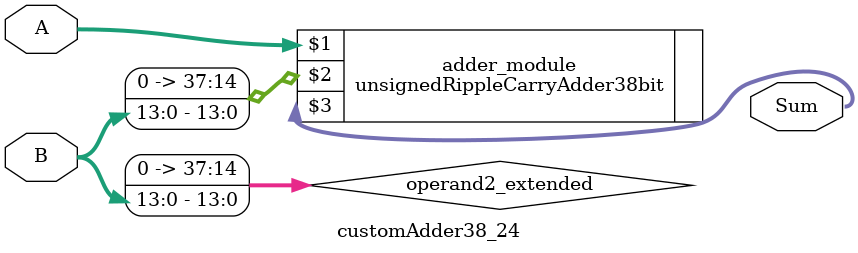
<source format=v>
module customAdder38_24(
                        input [37 : 0] A,
                        input [13 : 0] B,
                        
                        output [38 : 0] Sum
                );

        wire [37 : 0] operand2_extended;
        
        assign operand2_extended =  {24'b0, B};
        
        unsignedRippleCarryAdder38bit adder_module(
            A,
            operand2_extended,
            Sum
        );
        
        endmodule
        
</source>
